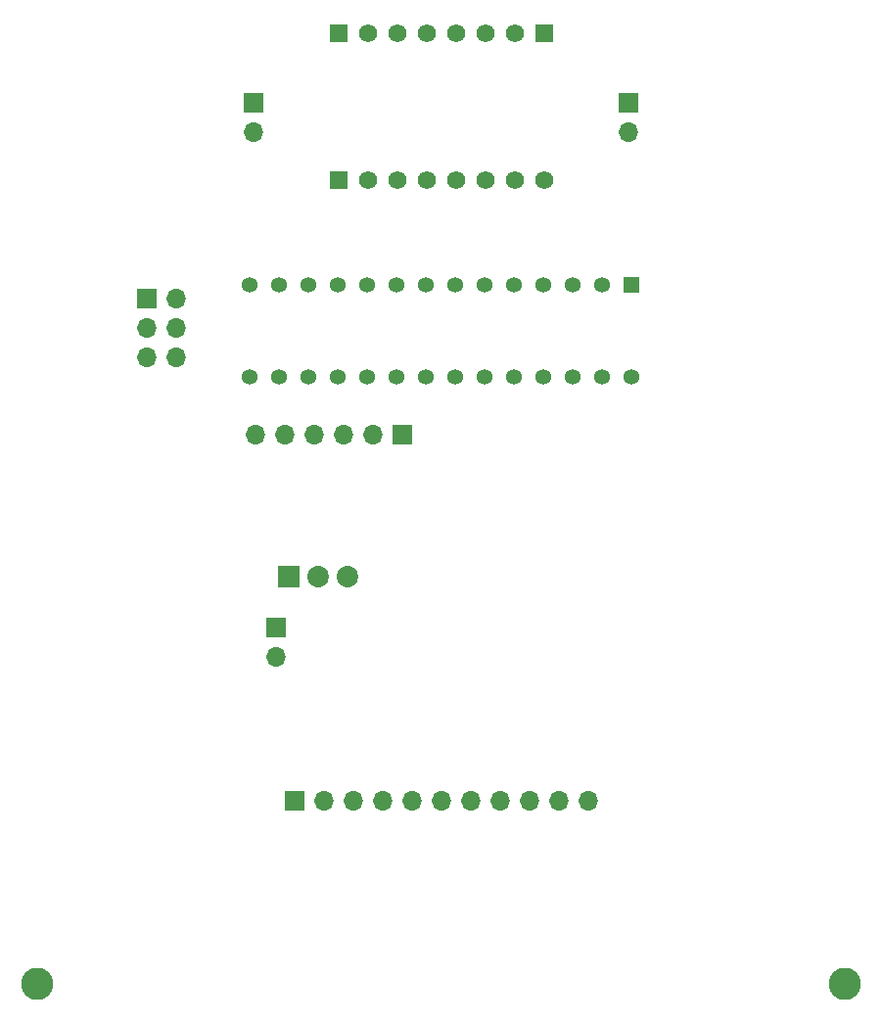
<source format=gbs>
%TF.GenerationSoftware,KiCad,Pcbnew,(5.1.6)-1*%
%TF.CreationDate,2022-02-26T01:19:58-08:00*%
%TF.ProjectId,seguilineas_actualizado,73656775-696c-4696-9e65-61735f616374,rev?*%
%TF.SameCoordinates,Original*%
%TF.FileFunction,Soldermask,Bot*%
%TF.FilePolarity,Negative*%
%FSLAX46Y46*%
G04 Gerber Fmt 4.6, Leading zero omitted, Abs format (unit mm)*
G04 Created by KiCad (PCBNEW (5.1.6)-1) date 2022-02-26 01:19:58*
%MOMM*%
%LPD*%
G01*
G04 APERTURE LIST*
%ADD10C,2.800000*%
%ADD11O,1.700000X1.700000*%
%ADD12R,1.700000X1.700000*%
%ADD13C,1.358000*%
%ADD14R,1.358000X1.358000*%
%ADD15C,1.560000*%
%ADD16R,1.560000X1.560000*%
%ADD17R,1.860000X1.860000*%
%ADD18C,1.860000*%
G04 APERTURE END LIST*
D10*
%TO.C,J4*%
X167465000Y-126990000D03*
X237315000Y-126990000D03*
%TD*%
D11*
%TO.C,J5*%
X215100000Y-111180000D03*
X212560000Y-111180000D03*
X210020000Y-111180000D03*
X207480000Y-111180000D03*
X204940000Y-111180000D03*
X202400000Y-111180000D03*
X199860000Y-111180000D03*
X197320000Y-111180000D03*
X194780000Y-111180000D03*
X192240000Y-111180000D03*
D12*
X189700000Y-111180000D03*
%TD*%
D11*
%TO.C,CN1*%
X186380000Y-79490000D03*
X188920000Y-79490000D03*
X191460000Y-79490000D03*
X194000000Y-79490000D03*
X196540000Y-79490000D03*
D12*
X199080000Y-79490000D03*
%TD*%
D13*
%TO.C,IC1*%
X218840000Y-74520000D03*
X216300000Y-74520000D03*
X213760000Y-74520000D03*
X211220000Y-74520000D03*
X208680000Y-74520000D03*
X206140000Y-74520000D03*
X203600000Y-74520000D03*
X201060000Y-74520000D03*
X198520000Y-74520000D03*
X195980000Y-74520000D03*
X193440000Y-74520000D03*
X190900000Y-74520000D03*
X188360000Y-74520000D03*
X185820000Y-74520000D03*
X185820000Y-66600000D03*
X188360000Y-66600000D03*
X190900000Y-66600000D03*
X193440000Y-66600000D03*
X195980000Y-66600000D03*
X198520000Y-66600000D03*
X208680000Y-66600000D03*
X206140000Y-66600000D03*
X211220000Y-66600000D03*
X213760000Y-66600000D03*
X201060000Y-66600000D03*
X203600000Y-66600000D03*
X216300000Y-66600000D03*
D14*
X218840000Y-66600000D03*
%TD*%
D11*
%TO.C,JP1*%
X179510000Y-72840000D03*
X176970000Y-72840000D03*
X179510000Y-70300000D03*
X176970000Y-70300000D03*
X179510000Y-67760000D03*
D12*
X176970000Y-67760000D03*
%TD*%
D15*
%TO.C,TB1*%
X211290000Y-57550000D03*
X208750000Y-57550000D03*
X206210000Y-57550000D03*
X203670000Y-57550000D03*
X201130000Y-57550000D03*
X198590000Y-57550000D03*
X196050000Y-57550000D03*
D16*
X193510000Y-57550000D03*
X193510000Y-44850000D03*
D15*
X196050000Y-44850000D03*
X198590000Y-44850000D03*
X201130000Y-44850000D03*
X203670000Y-44850000D03*
X206210000Y-44850000D03*
X208750000Y-44850000D03*
D16*
X211290000Y-44850000D03*
%TD*%
D12*
%TO.C,J3*%
X188090000Y-96180000D03*
D11*
X188090000Y-98720000D03*
%TD*%
D12*
%TO.C,J1*%
X218640000Y-50800000D03*
D11*
X218640000Y-53340000D03*
%TD*%
%TO.C,J2*%
X186160000Y-53380000D03*
D12*
X186160000Y-50840000D03*
%TD*%
D17*
%TO.C,U1*%
X189250000Y-91820000D03*
D18*
X191790000Y-91820000D03*
X194330000Y-91820000D03*
%TD*%
M02*

</source>
